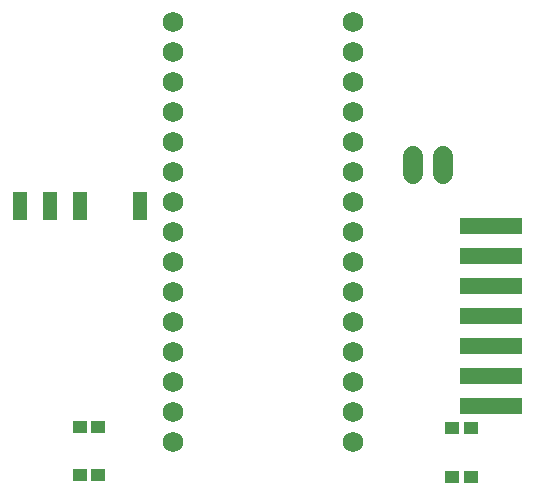
<source format=gbr>
G04 EAGLE Gerber RS-274X export*
G75*
%MOMM*%
%FSLAX34Y34*%
%LPD*%
%INSoldermask Top*%
%IPPOS*%
%AMOC8*
5,1,8,0,0,1.08239X$1,22.5*%
G01*
%ADD10C,1.727200*%
%ADD11R,1.203200X1.103200*%
%ADD12R,5.283200X1.473200*%
%ADD13R,1.270000X2.387600*%
%ADD14C,1.727200*%


D10*
X145200Y218600D03*
X145200Y244000D03*
X145200Y269400D03*
X145200Y294800D03*
X145200Y320200D03*
X145200Y345600D03*
X145200Y193200D03*
X145200Y167800D03*
X145200Y142400D03*
X145200Y117000D03*
X145200Y91600D03*
X145200Y66200D03*
X145200Y40800D03*
X145200Y371000D03*
X145200Y396400D03*
X297600Y218600D03*
X297600Y193200D03*
X297600Y167800D03*
X297600Y142400D03*
X297600Y117000D03*
X297600Y91600D03*
X297600Y244000D03*
X297600Y269400D03*
X297600Y294800D03*
X297600Y320200D03*
X297600Y345600D03*
X297600Y371000D03*
X297600Y396400D03*
X297600Y66200D03*
X297600Y40800D03*
D11*
X82250Y12400D03*
X66250Y12400D03*
X66250Y53400D03*
X82250Y53400D03*
X381300Y52150D03*
X397300Y52150D03*
X397300Y11150D03*
X381300Y11150D03*
D12*
X414900Y70700D03*
X414900Y96100D03*
X414900Y121500D03*
X414900Y146900D03*
X414900Y172300D03*
X414900Y197700D03*
X414900Y223100D03*
D13*
X117650Y240700D03*
X66850Y240700D03*
X41450Y240700D03*
X16050Y240700D03*
D14*
X373600Y267080D02*
X373600Y282320D01*
X348200Y282320D02*
X348200Y267080D01*
M02*

</source>
